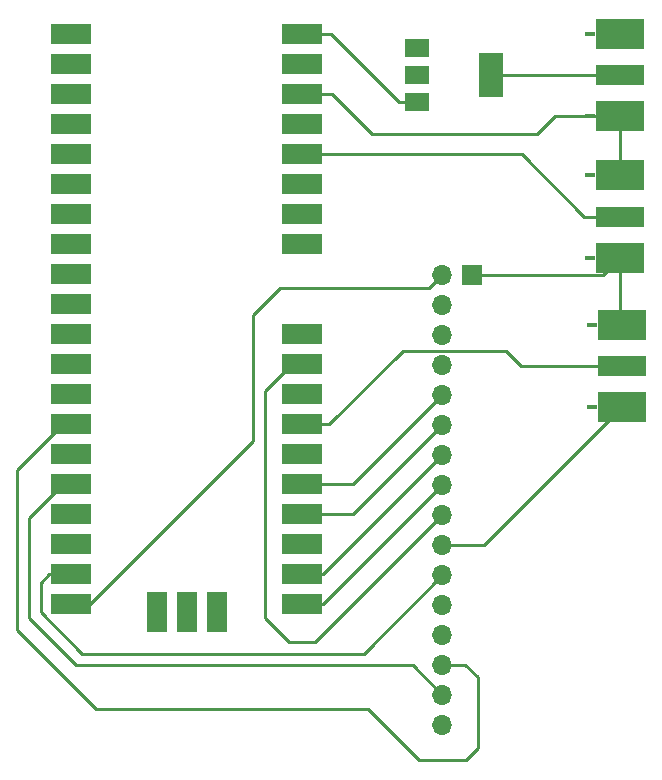
<source format=gbr>
%TF.GenerationSoftware,KiCad,Pcbnew,(6.0.10)*%
%TF.CreationDate,2023-01-13T16:43:44-05:00*%
%TF.ProjectId,dds-sweeper-board,6464732d-7377-4656-9570-65722d626f61,0*%
%TF.SameCoordinates,Original*%
%TF.FileFunction,Copper,L1,Top*%
%TF.FilePolarity,Positive*%
%FSLAX46Y46*%
G04 Gerber Fmt 4.6, Leading zero omitted, Abs format (unit mm)*
G04 Created by KiCad (PCBNEW (6.0.10)) date 2023-01-13 16:43:44*
%MOMM*%
%LPD*%
G01*
G04 APERTURE LIST*
%TA.AperFunction,ComponentPad*%
%ADD10O,1.700000X1.700000*%
%TD*%
%TA.AperFunction,ComponentPad*%
%ADD11R,1.700000X1.700000*%
%TD*%
%TA.AperFunction,SMDPad,CuDef*%
%ADD12R,3.500000X1.700000*%
%TD*%
%TA.AperFunction,SMDPad,CuDef*%
%ADD13R,1.700000X3.500000*%
%TD*%
%TA.AperFunction,SMDPad,CuDef*%
%ADD14R,4.190000X1.780000*%
%TD*%
%TA.AperFunction,SMDPad,CuDef*%
%ADD15R,4.190000X2.665000*%
%TD*%
%TA.AperFunction,SMDPad,CuDef*%
%ADD16R,0.890000X0.460000*%
%TD*%
%TA.AperFunction,SMDPad,CuDef*%
%ADD17R,2.000000X1.500000*%
%TD*%
%TA.AperFunction,SMDPad,CuDef*%
%ADD18R,2.000000X3.800000*%
%TD*%
%TA.AperFunction,Conductor*%
%ADD19C,0.250000*%
%TD*%
G04 APERTURE END LIST*
D10*
%TO.P,J4,3,Pin_3*%
%TO.N,unconnected-(J4-Pad3)*%
X70000000Y-62000000D03*
%TO.P,J4,2,Pin_2*%
%TO.N,unconnected-(J4-Pad2)*%
X70000000Y-59460000D03*
%TO.P,J4,16,Pin_16*%
%TO.N,unconnected-(J4-Pad16)*%
X70000000Y-95020000D03*
%TO.P,J4,15,Pin_15*%
%TO.N,Net-(U1-Pad16)*%
X70000000Y-92480000D03*
%TO.P,J4,14,Pin_14*%
%TO.N,Net-(U1-Pad14)*%
X70000000Y-89940000D03*
%TO.P,J4,13,Pin_13*%
%TO.N,unconnected-(J4-Pad13)*%
X70000000Y-87400000D03*
%TO.P,J4,12,Pin_12*%
%TO.N,unconnected-(J4-Pad12)*%
X70000000Y-84860000D03*
%TO.P,J4,11,Pin_11*%
%TO.N,Net-(U1-Pad19)*%
X70000000Y-82320000D03*
%TO.P,J4,10,Pin_10*%
%TO.N,Earth*%
X70000000Y-79780000D03*
%TO.P,J4,9,Pin_9*%
%TO.N,Net-(U1-Pad29)*%
X70000000Y-77240000D03*
%TO.P,J4,8,Pin_8*%
%TO.N,Net-(U1-Pad21)*%
X70000000Y-74700000D03*
%TO.P,J4,7,Pin_7*%
%TO.N,Net-(U1-Pad22)*%
X70000000Y-72160000D03*
%TO.P,J4,6,Pin_6*%
%TO.N,Net-(U1-Pad24)*%
X70000000Y-69620000D03*
%TO.P,J4,5,Pin_5*%
%TO.N,Net-(U1-Pad25)*%
X70000000Y-67080000D03*
%TO.P,J4,4,Pin_4*%
%TO.N,unconnected-(J4-Pad4)*%
X70000000Y-64540000D03*
%TO.P,J4,1,Pin_1*%
%TO.N,Net-(U1-Pad20)*%
X70000000Y-56920000D03*
D11*
%TO.P,J4,32,Pin_32*%
%TO.N,Earth*%
X72540000Y-56920000D03*
%TD*%
D12*
%TO.P,U1,1,GPIO0*%
%TO.N,unconnected-(U1-Pad1)*%
X38570000Y-36575000D03*
%TO.P,U1,2,GPIO1*%
%TO.N,unconnected-(U1-Pad2)*%
X38570000Y-39115000D03*
%TO.P,U1,3,GND*%
%TO.N,unconnected-(U1-Pad3)*%
X38570000Y-41655000D03*
%TO.P,U1,4,GPIO2*%
%TO.N,unconnected-(U1-Pad4)*%
X38570000Y-44195000D03*
%TO.P,U1,5,GPIO3*%
%TO.N,unconnected-(U1-Pad5)*%
X38570000Y-46735000D03*
%TO.P,U1,6,GPIO4*%
%TO.N,unconnected-(U1-Pad6)*%
X38570000Y-49275000D03*
%TO.P,U1,7,GPIO5*%
%TO.N,unconnected-(U1-Pad7)*%
X38570000Y-51815000D03*
%TO.P,U1,8,GND*%
%TO.N,unconnected-(U1-Pad8)*%
X38570000Y-54355000D03*
%TO.P,U1,9,GPIO6*%
%TO.N,unconnected-(U1-Pad9)*%
X38570000Y-56895000D03*
%TO.P,U1,10,GPIO7*%
%TO.N,unconnected-(U1-Pad10)*%
X38570000Y-59435000D03*
%TO.P,U1,11,GPIO8*%
%TO.N,unconnected-(U1-Pad11)*%
X38570000Y-61975000D03*
%TO.P,U1,12,GPIO9*%
%TO.N,unconnected-(U1-Pad12)*%
X38570000Y-64515000D03*
%TO.P,U1,13,GND*%
%TO.N,unconnected-(U1-Pad13)*%
X38570000Y-67055000D03*
%TO.P,U1,14,GPIO10*%
%TO.N,Net-(U1-Pad14)*%
X38570000Y-69595000D03*
%TO.P,U1,15,GPIO11*%
%TO.N,unconnected-(U1-Pad15)*%
X38570000Y-72135000D03*
%TO.P,U1,16,GPIO12*%
%TO.N,Net-(U1-Pad16)*%
X38570000Y-74675000D03*
%TO.P,U1,17,GPIO13*%
%TO.N,unconnected-(U1-Pad17)*%
X38570000Y-77215000D03*
%TO.P,U1,18,GND*%
%TO.N,unconnected-(U1-Pad18)*%
X38570000Y-79755000D03*
%TO.P,U1,19,GPIO14*%
%TO.N,Net-(U1-Pad19)*%
X38570000Y-82295000D03*
%TO.P,U1,20,GPIO15*%
%TO.N,Net-(U1-Pad20)*%
X38570000Y-84835000D03*
%TO.P,U1,21,GPIO16*%
%TO.N,Net-(U1-Pad21)*%
X58150000Y-84835000D03*
%TO.P,U1,22,GPIO17*%
%TO.N,Net-(U1-Pad22)*%
X58150000Y-82295000D03*
%TO.P,U1,23,GND*%
%TO.N,unconnected-(U1-Pad23)*%
X58150000Y-79755000D03*
%TO.P,U1,24,GPIO18*%
%TO.N,Net-(U1-Pad24)*%
X58150000Y-77215000D03*
%TO.P,U1,25,GPIO19*%
%TO.N,Net-(U1-Pad25)*%
X58150000Y-74675000D03*
%TO.P,U1,26,GPIO20*%
%TO.N,unconnected-(U1-Pad26)*%
X58150000Y-72135000D03*
%TO.P,U1,27,GPIO21*%
%TO.N,Net-(U1-Pad27)*%
X58150000Y-69595000D03*
%TO.P,U1,28,GND*%
%TO.N,unconnected-(U1-Pad28)*%
X58150000Y-67055000D03*
%TO.P,U1,29,GPIO22*%
%TO.N,Net-(U1-Pad29)*%
X58150000Y-64515000D03*
%TO.P,U1,30,RUN*%
%TO.N,unconnected-(U1-Pad30)*%
X58150000Y-61975000D03*
%TO.P,U1,33,AGND*%
%TO.N,unconnected-(U1-Pad33)*%
X58150000Y-54355000D03*
%TO.P,U1,34,GPIO28_ADC2*%
%TO.N,unconnected-(U1-Pad34)*%
X58150000Y-51815000D03*
%TO.P,U1,35,ADC_VREF*%
%TO.N,unconnected-(U1-Pad35)*%
X58150000Y-49275000D03*
%TO.P,U1,36,3V3*%
%TO.N,Net-(J2-Pad1)*%
X58150000Y-46735000D03*
%TO.P,U1,37,3V3_EN*%
%TO.N,unconnected-(U1-Pad37)*%
X58150000Y-44195000D03*
%TO.P,U1,38,GND*%
%TO.N,Earth*%
X58150000Y-41655000D03*
%TO.P,U1,39,VSYS*%
%TO.N,unconnected-(U1-Pad39)*%
X58150000Y-39115000D03*
%TO.P,U1,40,VBUS*%
%TO.N,Net-(U1-Pad40)*%
X58150000Y-36575000D03*
D13*
%TO.P,U1,41,SWCLK*%
%TO.N,unconnected-(U1-Pad41)*%
X45820000Y-85505000D03*
%TO.P,U1,42,GND*%
%TO.N,unconnected-(U1-Pad42)*%
X48360000Y-85505000D03*
%TO.P,U1,43,SWDIO*%
%TO.N,unconnected-(U1-Pad43)*%
X50900000Y-85505000D03*
%TD*%
D14*
%TO.P,J1,1,In*%
%TO.N,Net-(U1-Pad27)*%
X85190000Y-64635000D03*
D15*
%TO.P,J1,2,Ext*%
%TO.N,Earth*%
X85190000Y-68127500D03*
D16*
X82650000Y-68127500D03*
D15*
X85190000Y-61142500D03*
D16*
X82650000Y-61142500D03*
%TD*%
D14*
%TO.P,J2,1,In*%
%TO.N,Net-(J2-Pad1)*%
X85000000Y-52000000D03*
D15*
%TO.P,J2,2,Ext*%
%TO.N,Earth*%
X85000000Y-55492500D03*
D16*
X82460000Y-55492500D03*
D15*
X85000000Y-48507500D03*
D16*
X82460000Y-48507500D03*
%TD*%
D14*
%TO.P,J3,1,In*%
%TO.N,Net-(J3-Pad1)*%
X85000000Y-40000000D03*
D15*
%TO.P,J3,2,Ext*%
%TO.N,Earth*%
X85000000Y-43492500D03*
D16*
X82460000Y-43492500D03*
D15*
X85000000Y-36507500D03*
D16*
X82460000Y-36507500D03*
%TD*%
D17*
%TO.P,U3,1,GND*%
%TO.N,Earth*%
X67850000Y-37700000D03*
D18*
%TO.P,U3,2,VO*%
%TO.N,Net-(J3-Pad1)*%
X74150000Y-40000000D03*
D17*
X67850000Y-40000000D03*
%TO.P,U3,3,VI*%
%TO.N,Net-(U1-Pad40)*%
X67850000Y-42300000D03*
%TD*%
D19*
%TO.N,Net-(U1-Pad27)*%
X75365000Y-63365000D02*
X76635000Y-64635000D01*
X66635000Y-63365000D02*
X75365000Y-63365000D01*
X60405000Y-69595000D02*
X66635000Y-63365000D01*
X76635000Y-64635000D02*
X85190000Y-64635000D01*
X57250000Y-69595000D02*
X60405000Y-69595000D01*
%TO.N,Earth*%
X79507500Y-43492500D02*
X85000000Y-43492500D01*
X78000000Y-45000000D02*
X79507500Y-43492500D01*
X64000000Y-45000000D02*
X78000000Y-45000000D01*
X57250000Y-41655000D02*
X60655000Y-41655000D01*
X60655000Y-41655000D02*
X64000000Y-45000000D01*
X83572500Y-56920000D02*
X85000000Y-55492500D01*
X72540000Y-56920000D02*
X83572500Y-56920000D01*
%TO.N,Net-(U1-Pad14)*%
X71940000Y-89940000D02*
X70000000Y-89940000D01*
X73000000Y-97000000D02*
X73000000Y-91000000D01*
X72000000Y-98000000D02*
X73000000Y-97000000D01*
X68000000Y-98000000D02*
X72000000Y-98000000D01*
X63655000Y-93655000D02*
X68000000Y-98000000D01*
X40655000Y-93655000D02*
X63655000Y-93655000D01*
X34000000Y-87000000D02*
X40655000Y-93655000D01*
X34000000Y-73455000D02*
X34000000Y-87000000D01*
X73000000Y-91000000D02*
X71940000Y-89940000D01*
X37860000Y-69595000D02*
X34000000Y-73455000D01*
X39470000Y-69595000D02*
X37860000Y-69595000D01*
%TO.N,Net-(U1-Pad16)*%
X67520000Y-90000000D02*
X70000000Y-92480000D01*
X39000000Y-90000000D02*
X67520000Y-90000000D01*
X35000000Y-86000000D02*
X39000000Y-90000000D01*
X35000000Y-77535000D02*
X35000000Y-86000000D01*
X39470000Y-74675000D02*
X37860000Y-74675000D01*
X37860000Y-74675000D02*
X35000000Y-77535000D01*
%TO.N,Net-(U1-Pad19)*%
X63320000Y-89000000D02*
X70000000Y-82320000D01*
X39485000Y-89000000D02*
X63320000Y-89000000D01*
X36000000Y-85515000D02*
X39485000Y-89000000D01*
X36000000Y-83000000D02*
X36000000Y-85515000D01*
X36705000Y-82295000D02*
X36000000Y-83000000D01*
X39470000Y-82295000D02*
X36705000Y-82295000D01*
%TO.N,Net-(U1-Pad20)*%
X56265000Y-58070000D02*
X68850000Y-58070000D01*
X54000000Y-60335000D02*
X56265000Y-58070000D01*
X54000000Y-71000000D02*
X54000000Y-60335000D01*
X40165000Y-84835000D02*
X54000000Y-71000000D01*
X39470000Y-84835000D02*
X40165000Y-84835000D01*
X68850000Y-58070000D02*
X70000000Y-56920000D01*
%TO.N,Net-(U1-Pad29)*%
X59240000Y-88000000D02*
X70000000Y-77240000D01*
X55000000Y-66765000D02*
X55000000Y-86000000D01*
X55000000Y-86000000D02*
X57000000Y-88000000D01*
X57000000Y-88000000D02*
X59240000Y-88000000D01*
X57250000Y-64515000D02*
X55000000Y-66765000D01*
%TO.N,Net-(U1-Pad21)*%
X59865000Y-84835000D02*
X70000000Y-74700000D01*
X57250000Y-84835000D02*
X59865000Y-84835000D01*
%TO.N,Net-(U1-Pad22)*%
X59865000Y-82295000D02*
X70000000Y-72160000D01*
X57250000Y-82295000D02*
X59865000Y-82295000D01*
%TO.N,Net-(U1-Pad24)*%
X57250000Y-77215000D02*
X62405000Y-77215000D01*
X62405000Y-77215000D02*
X70000000Y-69620000D01*
%TO.N,Net-(U1-Pad25)*%
X62405000Y-74675000D02*
X70000000Y-67080000D01*
X57250000Y-74675000D02*
X62405000Y-74675000D01*
%TO.N,Earth*%
X73537500Y-79780000D02*
X85190000Y-68127500D01*
X70000000Y-79780000D02*
X73537500Y-79780000D01*
X85000000Y-60952500D02*
X85190000Y-61142500D01*
X85000000Y-55492500D02*
X85000000Y-60952500D01*
X85000000Y-43492500D02*
X85000000Y-48507500D01*
%TO.N,Net-(J2-Pad1)*%
X82000000Y-52000000D02*
X85000000Y-52000000D01*
X76735000Y-46735000D02*
X82000000Y-52000000D01*
X57250000Y-46735000D02*
X76735000Y-46735000D01*
%TO.N,Net-(J3-Pad1)*%
X74150000Y-40000000D02*
X85000000Y-40000000D01*
%TO.N,Net-(U1-Pad40)*%
X66300000Y-42300000D02*
X67850000Y-42300000D01*
X60575000Y-36575000D02*
X66300000Y-42300000D01*
X57250000Y-36575000D02*
X60575000Y-36575000D01*
%TD*%
M02*

</source>
